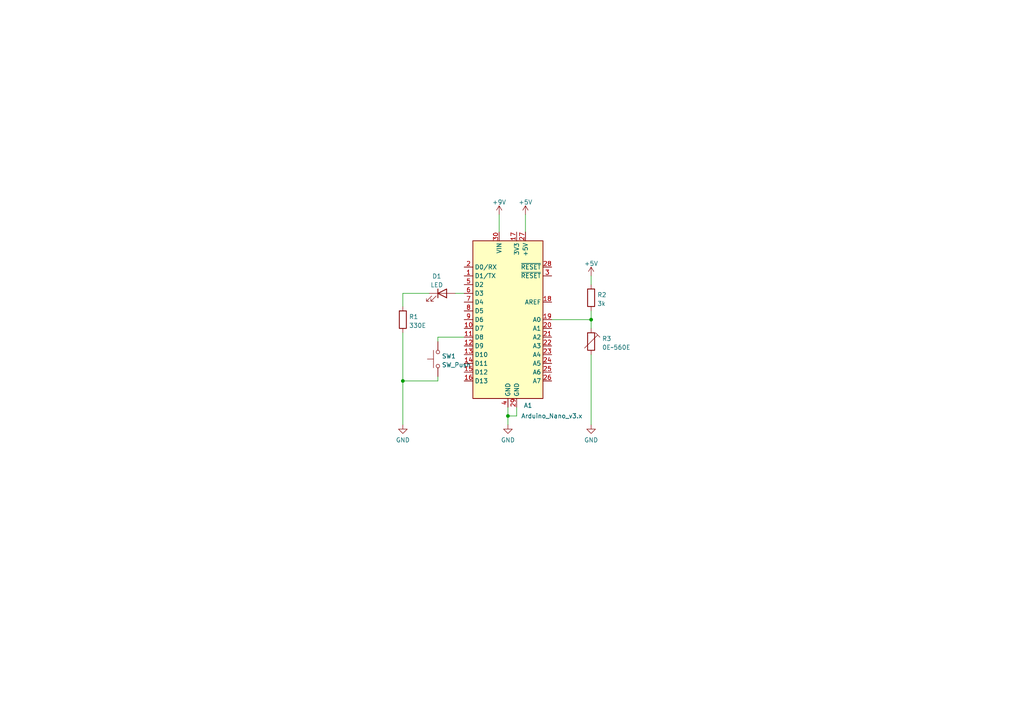
<source format=kicad_sch>
(kicad_sch (version 20211123) (generator eeschema)
  (paper "A4")
  (lib_symbols
    (symbol "Device:LED" (pin_numbers hide) (pin_names (offset 1.016) hide)
      (property "Reference" "D" (at 0 2.54 0))
      (property "Value" "LED" (at 0 -2.54 0))
      (symbol "LED_0_1"
        (polyline (pts (xy -1.27 -1.27) (xy -1.27 1.27)) (stroke (width 0.254)))
        (polyline (pts (xy -1.27 0) (xy 1.27 0)))
        (polyline (pts (xy 1.27 -1.27) (xy 1.27 1.27) (xy -1.27 0) (xy 1.27 -1.27)) (stroke (width 0.254)))
        (polyline (pts (xy -3.048 -0.762) (xy -4.572 -2.286) (xy -3.81 -2.286) (xy -4.572 -2.286) (xy -4.572 -1.524)))
        (polyline (pts (xy -1.778 -0.762) (xy -3.302 -2.286) (xy -2.54 -2.286) (xy -3.302 -2.286) (xy -3.302 -1.524)))
      )
      (symbol "LED_1_1"
        (pin passive line (at -3.81 0 0) (length 2.54) (name "K") (number "1"))
        (pin passive line (at 3.81 0 180) (length 2.54) (name "A") (number "2"))
      )
    )
    (symbol "Device:R" (pin_numbers hide) (pin_names (offset 0))
      (property "Reference" "R" (at 2.032 0 90))
      (property "Value" "R" (at 0 0 90))
      (symbol "R_0_1"
        (rectangle (start -1.016 -2.54) (end 1.016 2.54) (stroke (width 0.254)))
      )
      (symbol "R_1_1"
        (pin passive line (at 0 3.81 270) (length 1.27) (name "~") (number "1"))
        (pin passive line (at 0 -3.81 90) (length 1.27) (name "~") (number "2"))
      )
    )
    (symbol "Device:R_Trim" (pin_numbers hide) (pin_names (offset 0))
      (property "Reference" "R" (at 2.54 -2.54 90))
      (property "Value" "R_Trim" (at -2.54 -0.635 90))
      (symbol "R_Trim_0_1"
        (rectangle (start -1.016 -2.54) (end 1.016 2.54) (stroke (width 0.254)))
        (polyline (pts (xy -1.905 -1.905) (xy 1.905 1.905) (xy 2.54 1.27) (xy 1.27 2.54)))
      )
      (symbol "R_Trim_1_1"
        (pin passive line (at 0 3.81 270) (length 1.27) (name "~") (number "1"))
        (pin passive line (at 0 -3.81 90) (length 1.27) (name "~") (number "2"))
      )
    )
    (symbol "MCU_Module:Arduino_Nano_v3.x"
      (property "Reference" "A" (at -10.16 23.495 0))
      (property "Value" "Arduino_Nano_v3.x" (at 5.08 -24.13 0))
      (symbol "Arduino_Nano_v3.x_0_1"
        (rectangle (start -10.16 22.86) (end 10.16 -22.86) (stroke (width 0.254)) (fill (type background)))
      )
      (symbol "Arduino_Nano_v3.x_1_1"
        (pin bidirectional line (at -12.7 12.7 0) (length 2.54) (name "D1/TX") (number "1"))
        (pin bidirectional line (at -12.7 -2.54 0) (length 2.54) (name "D7") (number "10"))
        (pin bidirectional line (at -12.7 -5.08 0) (length 2.54) (name "D8") (number "11"))
        (pin bidirectional line (at -12.7 -7.62 0) (length 2.54) (name "D9") (number "12"))
        (pin bidirectional line (at -12.7 -10.16 0) (length 2.54) (name "D10") (number "13"))
        (pin bidirectional line (at -12.7 -12.7 0) (length 2.54) (name "D11") (number "14"))
        (pin bidirectional line (at -12.7 -15.24 0) (length 2.54) (name "D12") (number "15"))
        (pin bidirectional line (at -12.7 -17.78 0) (length 2.54) (name "D13") (number "16"))
        (pin power_out line (at 2.54 25.4 270) (length 2.54) (name "3V3") (number "17"))
        (pin input line (at 12.7 5.08 180) (length 2.54) (name "AREF") (number "18"))
        (pin bidirectional line (at 12.7 0 180) (length 2.54) (name "A0") (number "19"))
        (pin bidirectional line (at -12.7 15.24 0) (length 2.54) (name "D0/RX") (number "2"))
        (pin bidirectional line (at 12.7 -2.54 180) (length 2.54) (name "A1") (number "20"))
        (pin bidirectional line (at 12.7 -5.08 180) (length 2.54) (name "A2") (number "21"))
        (pin bidirectional line (at 12.7 -7.62 180) (length 2.54) (name "A3") (number "22"))
        (pin bidirectional line (at 12.7 -10.16 180) (length 2.54) (name "A4") (number "23"))
        (pin bidirectional line (at 12.7 -12.7 180) (length 2.54) (name "A5") (number "24"))
        (pin bidirectional line (at 12.7 -15.24 180) (length 2.54) (name "A6") (number "25"))
        (pin bidirectional line (at 12.7 -17.78 180) (length 2.54) (name "A7") (number "26"))
        (pin power_out line (at 5.08 25.4 270) (length 2.54) (name "+5V") (number "27"))
        (pin input line (at 12.7 15.24 180) (length 2.54) (name "~{RESET}") (number "28"))
        (pin power_in line (at 2.54 -25.4 90) (length 2.54) (name "GND") (number "29"))
        (pin input line (at 12.7 12.7 180) (length 2.54) (name "~{RESET}") (number "3"))
        (pin power_in line (at -2.54 25.4 270) (length 2.54) (name "VIN") (number "30"))
        (pin power_in line (at 0 -25.4 90) (length 2.54) (name "GND") (number "4"))
        (pin bidirectional line (at -12.7 10.16 0) (length 2.54) (name "D2") (number "5"))
        (pin bidirectional line (at -12.7 7.62 0) (length 2.54) (name "D3") (number "6"))
        (pin bidirectional line (at -12.7 5.08 0) (length 2.54) (name "D4") (number "7"))
        (pin bidirectional line (at -12.7 2.54 0) (length 2.54) (name "D5") (number "8"))
        (pin bidirectional line (at -12.7 0 0) (length 2.54) (name "D6") (number "9"))
      )
    )
    (symbol "Switch:SW_Push" (pin_numbers hide) (pin_names (offset 1.016) hide)
      (property "Reference" "SW" (at 1.27 2.54 0))
      (property "Value" "SW_Push" (at 0 -1.524 0))
      (symbol "SW_Push_0_1"
        (circle (center -2.032 0) (radius 0.508))
        (polyline (pts (xy 0 1.27) (xy 0 3.048)))
        (polyline (pts (xy 2.54 1.27) (xy -2.54 1.27)))
        (circle (center 2.032 0) (radius 0.508))
        (pin passive line (at -5.08 0 0) (length 2.54) (name "1") (number "1"))
        (pin passive line (at 5.08 0 180) (length 2.54) (name "2") (number "2"))
      )
    )
    (symbol "power:+5V" (power) (pin_names (offset 0))
      (property "Value" "+5V" (at 0 3.556 0))
      (symbol "+5V_0_1"
        (polyline (pts (xy -0.762 1.27) (xy 0 2.54)))
        (polyline (pts (xy 0 0) (xy 0 2.54)))
        (polyline (pts (xy 0 2.54) (xy 0.762 1.27)))
      )
      (symbol "+5V_1_1"
        (pin power_in line (at 0 0 90) (length 0) hide (name "+5V") (number "1"))
      )
    )
    (symbol "power:+9V" (power) (pin_names (offset 0))
      (property "Value" "+9V" (at 0 3.556 0))
      (symbol "+9V_0_1"
        (polyline (pts (xy -0.762 1.27) (xy 0 2.54)))
        (polyline (pts (xy 0 0) (xy 0 2.54)))
        (polyline (pts (xy 0 2.54) (xy 0.762 1.27)))
      )
      (symbol "+9V_1_1"
        (pin power_in line (at 0 0 90) (length 0) hide (name "+9V") (number "1"))
      )
    )
    (symbol "power:GND" (power) (pin_names (offset 0))
      (property "Value" "GND" (at 0 -3.81 0))
      (symbol "GND_0_1"
        (polyline (pts (xy 0 0) (xy 0 -1.27) (xy 1.27 -1.27) (xy 0 -2.54) (xy -1.27 -1.27) (xy 0 -1.27)))
      )
      (symbol "GND_1_1"
        (pin power_in line (at 0 0 270) (length 0) hide (name "GND") (number "1"))
      )
    )
  )
  (junction (at 171.45 92.71))
  (junction (at 147.32 120.65))
  (junction (at 116.84 110.49))
  (wire (pts (xy 127 97.79) (xy 134.62 97.79)))
  (wire (pts (xy 132.08 85.09) (xy 134.62 85.09)))
  (wire (pts (xy 127 109.22) (xy 127 110.49)))
  (wire (pts (xy 147.32 120.65) (xy 147.32 123.19)))
  (wire (pts (xy 149.86 118.11) (xy 149.86 120.65)))
  (wire (pts (xy 127 99.06) (xy 127 97.79)))
  (wire (pts (xy 124.46 85.09) (xy 116.84 85.09)))
  (wire (pts (xy 171.45 90.17) (xy 171.45 92.71)))
  (wire (pts (xy 171.45 92.71) (xy 171.45 95.25)))
  (wire (pts (xy 171.45 80.01) (xy 171.45 82.55)))
  (wire (pts (xy 152.4 62.23) (xy 152.4 67.31)))
  (wire (pts (xy 144.78 62.23) (xy 144.78 67.31)))
  (wire (pts (xy 147.32 118.11) (xy 147.32 120.65)))
  (wire (pts (xy 116.84 96.52) (xy 116.84 110.49)))
  (wire (pts (xy 116.84 110.49) (xy 116.84 123.19)))
  (wire (pts (xy 127 110.49) (xy 116.84 110.49)))
  (wire (pts (xy 149.86 120.65) (xy 147.32 120.65)))
  (wire (pts (xy 116.84 85.09) (xy 116.84 88.9)))
  (wire (pts (xy 171.45 102.87) (xy 171.45 123.19)))
  (wire (pts (xy 160.02 92.71) (xy 171.45 92.71)))
  (symbol (lib_id "power:+9V") (at 144.78 62.23 0) (unit 1)
    (property "Reference" "#PWR?" (effects hide))
    (property "Value" "+9V" (at 144.78 58.6542 0))
  )
  (symbol (lib_id "MCU_Module:Arduino_Nano_v3.x") (at 147.32 92.71 0) (unit 1)
    (property "Reference" "A1" (at 151.8794 117.6004 0) (effects (justify left)))
    (property "Value" "Arduino_Nano_v3.x" (at 151.13 120.65 0) (effects (justify left)))
    (property "Footprint" "Module:Arduino_Nano" (effects hide))
    (property "Datasheet" "http://www.mouser.com/pdfdocs/Gravitech_Arduino_Nano3_0.pdf" (effects hide))
  )
  (symbol (lib_id "power:GND") (at 147.32 123.19 0) (unit 1)
    (property "Reference" "#PWR?" (effects hide))
    (property "Value" "GND" (at 147.32 127.6334 0))
  )
  (symbol (lib_id "Device:LED") (at 128.27 85.09 0) (unit 1)
    (property "Reference" "D1" (at 126.6825 80.1202 0))
    (property "Value" "LED" (at 126.6825 82.6571 0))
  )
  (symbol (lib_id "Device:R_Trim") (at 171.45 99.06 0) (unit 1)
    (property "Reference" "R3" (at 174.625 98.2253 0) (effects (justify left)))
    (property "Value" "0E~560E" (at 174.625 100.7622 0) (effects (justify left)))
  )
  (symbol (lib_id "Device:R") (at 171.45 86.36 0) (unit 1)
    (property "Reference" "R2" (at 173.228 85.5253 0) (effects (justify left)))
    (property "Value" "3k" (at 173.228 88.0622 0) (effects (justify left)))
  )
  (symbol (lib_id "power:+5V") (at 152.4 62.23 0) (unit 1)
    (property "Reference" "#PWR?" (effects hide))
    (property "Value" "+5V" (at 152.4 58.6542 0))
  )
  (symbol (lib_id "power:+5V") (at 171.45 80.01 0) (unit 1)
    (property "Reference" "#PWR?" (effects hide))
    (property "Value" "+5V" (at 171.45 76.4342 0))
  )
  (symbol (lib_id "Switch:SW_Push") (at 127 104.14 90) (unit 1)
    (property "Reference" "SW1" (at 128.143 103.3053 90) (effects (justify right)))
    (property "Value" "SW_Push" (at 128.143 105.8422 90) (effects (justify right)))
  )
  (symbol (lib_id "power:GND") (at 171.45 123.19 0) (unit 1)
    (property "Reference" "#PWR?" (effects hide))
    (property "Value" "GND" (at 171.45 127.6334 0))
  )
  (symbol (lib_id "power:GND") (at 116.84 123.19 0) (unit 1)
    (property "Reference" "#PWR?" (effects hide))
    (property "Value" "GND" (at 116.84 127.6334 0))
  )
  (symbol (lib_id "Device:R") (at 116.84 92.71 0) (unit 1)
    (property "Reference" "R1" (at 118.618 91.8753 0) (effects (justify left)))
    (property "Value" "330E" (at 118.618 94.4122 0) (effects (justify left)))
  )
)
</source>
